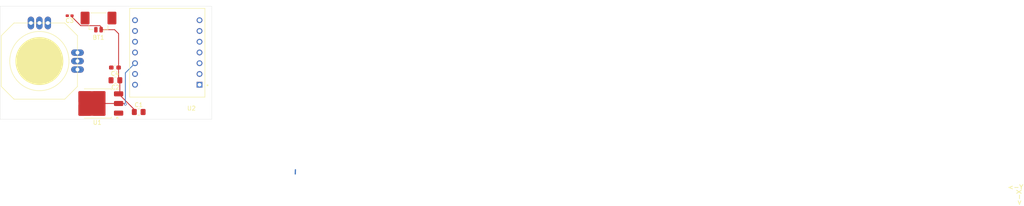
<source format=kicad_pcb>
(kicad_pcb (version 20240108) (generator "pcbnew") (generator_version "8.0")
  (layers (0 "F.Cu" signal) (31 "B.Cu" signal) (34 "B.Paste" user) (35 "F.Paste" user) (36 "B.SilkS" user "B.Silkscreen") (37 "F.SilkS" user "F.Silkscreen") (38 "B.Mask" user) (39 "F.Mask" user) (44 "Edge.Cuts" user))
  (net 0 "")
  (net 1 "/PWR")
  (net 2 "GND")
  (net 3 "/3.3V")
  (net 14 "/Y")
  (net 15 "/X")
  (footprint "Capacitor_SMD:C_0402_1005Metric_Pad0.74x0.62mm_HandSolder" (layer "F.Cu") (at 53.9325 53.25 180)
    (property "Reference" "C3" (at 0 -1.16 180) (layer "F.SilkS"))
    (property "Value" "1uF")
    (fp_line (start -0.115835 0.36) (end 0.115835 0.36) (stroke (width 0.12)) (layer "F.SilkS"))
    (fp_line (start -0.115835 -0.36) (end 0.115835 -0.36) (stroke (width 0.12)) (layer "F.SilkS"))
    (pad "1" smd roundrect (at -0.5675 0 180) (size 0.735 0.62) (layers "F.Cu" "F.Paste" "F.Mask") (net 1 "/PWR"))
    (pad "2" smd roundrect (at 0.5675 0 180) (size 0.735 0.62) (layers "F.Cu" "F.Paste" "F.Mask") (net 2 "GND"))
  )
  (footprint "Package_TO_SOT_SMD:TO-252-3_TabPin2" (layer "F.Cu") (at 60.46 73.9875 180)
    (property "Reference" "U1" (at 0 -4.5 180) (layer "F.SilkS"))
    (property "Value" "LM1117DT-3.3")
    (fp_line (start 3.11 3.45) (end -3.31 3.45) (stroke (width 0.12)) (layer "F.SilkS"))
    (fp_line (start 3.11 -3.45) (end -3.31 -3.45) (stroke (width 0.12)) (layer "F.SilkS"))
    (fp_line (start -3.31 3.45) (end -3.31 3.18) (stroke (width 0.12)) (layer "F.SilkS"))
    (fp_line (start -3.31 -3.45) (end -3.31 -3.18) (stroke (width 0.12)) (layer "F.SilkS"))
    (fp_poly (pts (xy -4.725 -3.16) (xy -4.965 -3.49) (xy -4.485 -3.49) (xy -4.725 -3.16)) (stroke (width 0.12)) (fill solid) (layer "F.SilkS"))
    (pad "1" smd roundrect (at -5.04 -2.28 180) (size 2.2 1.2) (layers "F.Cu" "F.Paste" "F.Mask") (roundrect_rratio 0.208333) (net 2 "GND"))
    (pad "2" smd roundrect (at -5.04 0 180) (size 2.2 1.2) (layers "F.Cu" "F.Paste" "F.Mask") (roundrect_rratio 0.208333) (net 3 "/3.3V"))
    (pad "2" smd roundrect (at -0.415 -1.525 180) (size 3.05 2.75) (layers "F.Cu" "F.Paste") (roundrect_rratio 0.090909) (net 3 "/3.3V"))
    (pad "2" smd roundrect (at -0.415 1.525 180) (size 3.05 2.75) (layers "F.Cu" "F.Paste") (roundrect_rratio 0.090909) (net 3 "/3.3V"))
    (pad "2" smd roundrect (at 1.26 0 180) (size 6.4 5.8) (layers "F.Cu" "F.Mask") (roundrect_rratio 0.043103) (net 3 "/3.3V"))
    (pad "2" smd roundrect (at 2.935 -1.525 180) (size 3.05 2.75) (layers "F.Cu" "F.Paste") (roundrect_rratio 0.090909) (net 3 "/3.3V"))
    (pad "2" smd roundrect (at 2.935 1.525 180) (size 3.05 2.75) (layers "F.Cu" "F.Paste") (roundrect_rratio 0.090909) (net 3 "/3.3V"))
    (pad "3" smd roundrect (at -5.04 2.28 180) (size 2.2 1.2) (layers "F.Cu" "F.Paste" "F.Mask") (roundrect_rratio 0.208333) (net 1 "/PWR"))
  )
  (footprint "Connector_Molex:Molex_PicoBlade_53398-0271_1x02-1MP_P1.25mm_Vertical" (layer "F.Cu") (at 60.75 55.3 180)
    (property "Reference" "BT1" (at 0 -3.1 180) (layer "F.SilkS"))
    (property "Value" "BATTERY")
    (fp_line (start 2.235 -0.26) (end 2.235 -1.21) (stroke (width 0.12)) (layer "F.SilkS"))
    (fp_line (start 2.235 -1.21) (end 1.285 -1.21) (stroke (width 0.12)) (layer "F.SilkS"))
    (fp_line (start -1.285 -1.21) (end -1.285 -1.9) (stroke (width 0.12)) (layer "F.SilkS"))
    (fp_line (start -1.865 2.71) (end 1.865 2.71) (stroke (width 0.12)) (layer "F.SilkS"))
    (fp_line (start -2.235 -0.26) (end -2.235 -1.21) (stroke (width 0.12)) (layer "F.SilkS"))
    (fp_line (start -2.235 -1.21) (end -1.285 -1.21) (stroke (width 0.12)) (layer "F.SilkS"))
    (pad "1" smd roundrect (at -0.625 -1.25 180) (size 0.8 1.3) (layers "F.Cu" "F.Paste" "F.Mask") (net 1 "/PWR"))
    (pad "2" smd roundrect (at 0.625 -1.25 180) (size 0.8 1.3) (layers "F.Cu" "F.Paste" "F.Mask") (net 2 "GND"))
    (pad "MP" smd roundrect (at -3.175 1.5 180) (size 2.1 3) (layers "F.Cu" "F.Paste" "F.Mask") (roundrect_rratio 0.119048))
    (pad "MP" smd roundrect (at 3.175 1.5 180) (size 2.1 3) (layers "F.Cu" "F.Paste" "F.Mask") (roundrect_rratio 0.119048))
  )
  (footprint "Capacitor_SMD:C_0805_2012Metric_Pad1.18x1.45mm_HandSolder" (layer "F.Cu") (at 70.25 76)
    (property "Reference" "C1" (at 0 -1.68 0) (layer "F.SilkS"))
    (property "Value" "10uF")
    (fp_line (start -0.261252 -0.735) (end 0.261252 -0.735) (stroke (width 0.12)) (layer "F.SilkS"))
    (fp_line (start -0.261252 0.735) (end 0.261252 0.735) (stroke (width 0.12)) (layer "F.SilkS"))
    (pad "1" smd roundrect (at -1.0375 0) (size 1.175 1.45) (layers "F.Cu" "F.Paste" "F.Mask") (roundrect_rratio 0.212766) (net 1 "/PWR"))
    (pad "2" smd roundrect (at 1.0375 0) (size 1.175 1.45) (layers "F.Cu" "F.Paste" "F.Mask") (roundrect_rratio 0.212766) (net 2 "GND"))
  )
  (footprint "Capacitor_SMD:C_0603_1608Metric_Pad1.08x0.95mm_HandSolder" (layer "F.Cu") (at 64.6375 65.5 180)
    (property "Reference" "C4" (at 0 -1.43 180) (layer "F.SilkS"))
    (property "Value" "0.1uF")
    (fp_line (start -0.146267 0.51) (end 0.146267 0.51) (stroke (width 0.12)) (layer "F.SilkS"))
    (fp_line (start -0.146267 -0.51) (end 0.146267 -0.51) (stroke (width 0.12)) (layer "F.SilkS"))
    (pad "1" smd roundrect (at -0.8625 0 180) (size 1.075 0.95) (layers "F.Cu" "F.Paste" "F.Mask") (net 1 "/PWR"))
    (pad "2" smd roundrect (at 0.8625 0 180) (size 1.075 0.95) (layers "F.Cu" "F.Paste" "F.Mask") (net 2 "GND"))
  )
  (footprint "JOYSTICK_ANALOG_MINITHM" (layer "F.Cu") (at 46.78175 63.96825)
    (property "Reference" "JOY1" (hide yes))
    (property "Value" "JOYSTICK_ANALOG_XY" (hide yes))
    (fp_line (start -9 -6) (end -6 -9) (stroke (width 0.127)) (layer "F.SilkS"))
    (fp_line (start -9 6) (end -9 -6) (stroke (width 0.127)) (layer "F.SilkS"))
    (fp_line (start -6 -9) (end 6 -9) (stroke (width 0.127)) (layer "F.SilkS"))
    (fp_line (start -6 9) (end -9 6) (stroke (width 0.127)) (layer "F.SilkS"))
    (fp_line (start 6 -9) (end 9 -6) (stroke (width 0.127)) (layer "F.SilkS"))
    (fp_line (start 6 9) (end -6 9) (stroke (width 0.127)) (layer "F.SilkS"))
    (fp_line (start 9 -6) (end 9 6) (stroke (width 0.127)) (layer "F.SilkS"))
    (fp_line (start 9 6) (end 6 9) (stroke (width 0.127)) (layer "F.SilkS"))
    (fp_circle (center 0 0) (end 7 0) (stroke (width 0.127)) (fill none) (layer "F.SilkS"))
    (fp_poly (pts (xy 0.467692 -5.64421) (xy 0.932191 -5.58631) (xy 1.390321 -5.490251) (xy 1.838953 -5.356688) (xy 2.275024 -5.186532) (xy 2.695554 -4.980947) (xy 3.097671 -4.741338) (xy 3.478627 -4.46934) (xy 3.835821 -4.166812) (xy 4.166812 -3.835821) (xy 4.46934 -3.478627) (xy 4.741338 -3.097671) (xy 4.980947 -2.695554) (xy 5.186532 -2.275024) (xy 5.356688 -1.838953) (xy 5.490251 -1.390321) (xy 5.586581 -0.930903) (xy 5.663609 -0.001315) (xy 5.64421 0.467692) (xy 5.58631 0.932191) (xy 5.490251 1.390321) (xy 5.356688 1.838953) (xy 5.186532 2.275024) (xy 4.980947 2.695554) (xy 4.741338 3.097671) (xy 4.46934 3.478627) (xy 4.166812 3.835821) (xy 3.835821 4.166812) (xy 3.478627 4.46934) (xy 3.097671 4.741338) (xy 2.695554 4.980947) (xy 2.275024 5.186532) (xy 1.838953 5.356688) (xy 1.390321 5.490251) (xy 0.932191 5.58631) (xy 0.467692 5.64421) (xy 0 5.663554) (xy -0.467692 5.64421) (xy -0.932191 5.58631) (xy -1.390321 5.490251) (xy -1.838953 5.356688) (xy -2.275024 5.186532) (xy -2.695554 4.980947) (xy -3.097671 4.741338) (xy -3.478627 4.46934) (xy -3.835821 4.166812) (xy -4.166812 3.835821) (xy -4.46934 3.478627) (xy -4.741338 3.097671) (xy -4.980947 2.695554) (xy -5.186532 2.275024) (xy -5.356688 1.838953) (xy -5.490251 1.390321) (xy -5.58631 0.932191) (xy -5.64421 0.467692) (xy -5.663554 0) (xy -5.64421 -0.467692) (xy -5.58631 -0.932191) (xy -5.490251 -1.390321) (xy -5.356688 -1.838953) (xy -5.186532 -2.275024) (xy -4.980947 -2.695554) (xy -4.741338 -3.097671) (xy -4.46934 -3.478627) (xy -4.166812 -3.835821) (xy -3.835821 -4.166812) (xy -3.478627 -4.46934) (xy -3.097671 -4.741338) (xy -2.695554 -4.980947) (xy -2.275024 -5.186532) (xy -1.838953 -5.356688) (xy -1.390321 -5.490251) (xy -0.932191 -5.58631) (xy -0.467692 -5.64421) (xy 0 -5.663554)) (fill solid) (layer "F.SilkS"))
    (pad "" np_thru_hole circle (at -6 -6) (size 1.6 1.6) (drill 1.6) (layers "F&B.Cu" "*.Mask"))
    (pad "" np_thru_hole circle (at 6 6) (size 1.6 1.6) (drill 1.6) (layers "F&B.Cu" "*.Mask"))
    (pad "X" thru_hole oval (at 0 -9 90) (size 3 1.5) (drill 0.9) (layers "*.Cu" "*.Mask"))
    (pad "X+" thru_hole oval (at 2 -9 90) (size 3 1.5) (drill 0.9) (layers "*.Cu" "*.Mask"))
    (pad "X-" thru_hole oval (at -2 -9 90) (size 3 1.5) (drill 0.9) (layers "*.Cu" "*.Mask") (net 2 "GND"))
    (pad "Y" thru_hole oval (at 9 0) (size 3 1.5) (drill 0.9) (layers "*.Cu" "*.Mask"))
    (pad "Y+" thru_hole oval (at 9 -2) (size 3 1.5) (drill 0.9) (layers "*.Cu" "*.Mask"))
    (pad "Y-" thru_hole oval (at 9 2) (size 3 1.5) (drill 0.9) (layers "*.Cu" "*.Mask") (net 2 "GND"))
  )
  (footprint "113991054:MODULE_113991054" (layer "F.Cu") (at 77 62 180)
    (property "Reference" "U2" (at -5.715 -13.135 180) (layer "F.SilkS"))
    (property "Value" "113991054")
    (fp_line (start 8.89 10.4775) (end -8.89 10.4775) (stroke (width 0.127)) (layer "F.SilkS"))
    (fp_line (start 8.89 -10.4775) (end 8.89 10.4775) (stroke (width 0.127)) (layer "F.SilkS"))
    (fp_line (start -8.89 10.4775) (end -8.89 -10.4775) (stroke (width 0.127)) (layer "F.SilkS"))
    (fp_line (start -8.89 -10.4775) (end 8.89 -10.4775) (stroke (width 0.127)) (layer "F.SilkS"))
    (fp_circle (center -9.5 -7.6835) (end -9.4 -7.6835) (stroke (width 0.2)) (fill none) (layer "F.SilkS"))
    (pad "1" thru_hole rect (at -7.62 -7.5565 180) (size 1.358 1.358) (drill 0.85) (layers "*.Cu" "*.Mask") (net 15 "/X"))
    (pad "2" thru_hole circle (at -7.62 -5.0165 180) (size 1.358 1.358) (drill 0.85) (layers "*.Cu" "*.Mask") (net 14 "/Y"))
    (pad "3" thru_hole circle (at -7.62 -2.4765 180) (size 1.358 1.358) (drill 0.85) (layers "*.Cu" "*.Mask"))
    (pad "4" thru_hole circle (at -7.62 0.0635 180) (size 1.358 1.358) (drill 0.85) (layers "*.Cu" "*.Mask"))
    (pad "5" thru_hole circle (at -7.62 2.6035 180) (size 1.358 1.358) (drill 0.85) (layers "*.Cu" "*.Mask"))
    (pad "6" thru_hole circle (at -7.62 5.1435 180) (size 1.358 1.358) (drill 0.85) (layers "*.Cu" "*.Mask"))
    (pad "7" thru_hole circle (at -7.62 7.6835 180) (size 1.358 1.358) (drill 0.85) (layers "*.Cu" "*.Mask"))
    (pad "8" thru_hole circle (at 7.62 7.6835 180) (size 1.358 1.358) (drill 0.85) (layers "*.Cu" "*.Mask"))
    (pad "9" thru_hole circle (at 7.62 5.1435 180) (size 1.358 1.358) (drill 0.85) (layers "*.Cu" "*.Mask"))
    (pad "10" thru_hole circle (at 7.62 2.6035 180) (size 1.358 1.358) (drill 0.85) (layers "*.Cu" "*.Mask"))
    (pad "11" thru_hole circle (at 7.62 0.0635 180) (size 1.358 1.358) (drill 0.85) (layers "*.Cu" "*.Mask"))
    (pad "12" thru_hole circle (at 7.62 -2.4765 180) (size 1.358 1.358) (drill 0.85) (layers "*.Cu" "*.Mask") (net 3 "/3.3V"))
    (pad "13" thru_hole circle (at 7.62 -5.0165 180) (size 1.358 1.358) (drill 0.85) (layers "*.Cu" "*.Mask") (net 2 "GND"))
    (pad "14" thru_hole circle (at 7.62 -7.5565 180) (size 1.358 1.358) (drill 0.85) (layers "*.Cu" "*.Mask"))
  )
  (footprint "Capacitor_SMD:C_0805_2012Metric_Pad1.18x1.45mm_HandSolder" (layer "F.Cu") (at 64.75 68.5 180)
    (property "Reference" "C2" (at 0 -1.68 180) (layer "F.SilkS"))
    (property "Value" "10uF")
    (fp_line (start -0.261252 0.735) (end 0.261252 0.735) (stroke (width 0.12)) (layer "F.SilkS"))
    (fp_line (start -0.261252 -0.735) (end 0.261252 -0.735) (stroke (width 0.12)) (layer "F.SilkS"))
    (pad "1" smd roundrect (at -1.0375 0 180) (size 1.175 1.45) (layers "F.Cu" "F.Paste" "F.Mask") (roundrect_rratio 0.212766) (net 1 "/PWR"))
    (pad "2" smd roundrect (at 1.0375 0 180) (size 1.175 1.45) (layers "F.Cu" "F.Paste" "F.Mask") (roundrect_rratio 0.212766) (net 2 "GND"))
  )
  (gr_rect (start 37.5 51) (end 87.5 77.75) (stroke (width 0.05)) (fill none) (layer "Edge.Cuts"))
  (gr_text "<-X" (at 278.928 98.2016 90) (layer "F.SilkS") (effects (font (size 1.0922 1.0922) (thickness 0.1778)) (justify left bottom)))
  (gr_text "<-Y" (at 275.499 94.3916 0) (layer "F.SilkS") (effects (font (size 1.0922 1.0922) (thickness 0.1778)) (justify left bottom)))
  (segment (start 107.28 89.6506) (end 107.248 90.6346) (width 0.3048) (layer "B.Cu") (net 0))
  (segment (start 65.5 68.2125) (end 65.7875 68.5) (width 0.2) (layer "F.Cu") (net 1))
  (segment (start 54.5 53.559744) (end 56.540256 55.6) (width 0.2) (layer "F.Cu") (net 1))
  (segment (start 54.5 53.25) (end 54.5 53.559744) (width 0.2) (layer "F.Cu") (net 1))
  (segment (start 61.375 56.55) (end 64.55 56.55) (width 0.2) (layer "F.Cu") (net 1))
  (segment (start 64.55 56.55) (end 65.5 57.5) (width 0.2) (layer "F.Cu") (net 1))
  (segment (start 69.2125 75.42) (end 69.2125 76) (width 0.2) (layer "F.Cu") (net 1))
  (segment (start 65.7875 68.5) (end 65.7875 71.42) (width 0.2) (layer "F.Cu") (net 1))
  (segment (start 65.5 71.7075) (end 69.2125 75.42) (width 0.2) (layer "F.Cu") (net 1))
  (segment (start 56.540256 55.6) (end 61.075 55.6) (width 0.2) (layer "F.Cu") (net 1))
  (segment (start 65.5 57.5) (end 65.5 65.5) (width 0.2) (layer "F.Cu") (net 1))
  (segment (start 65.5 65.5) (end 65.5 68.2125) (width 0.2) (layer "F.Cu") (net 1))
  (segment (start 61.375 55.9) (end 61.375 56.55) (width 0.2) (layer "F.Cu") (net 1))
  (segment (start 61.075 55.6) (end 61.375 55.9) (width 0.2) (layer "F.Cu") (net 1))
  (segment (start 65.7875 71.42) (end 65.5 71.7075) (width 0.2) (layer "F.Cu") (net 1))
  (segment (start 62.4 73.9875) (end 60.875 72.4625) (width 0.2) (layer "F.Cu") (net 3))
  (segment (start 66.93147 73.9875) (end 67.096985 74.153015) (width 0.2) (layer "F.Cu") (net 3))
  (segment (start 65.5 73.9875) (end 66.93147 73.9875) (width 0.2) (layer "F.Cu") (net 3))
  (segment (start 65.5 73.9875) (end 62.4 73.9875) (width 0.2) (layer "F.Cu") (net 3))
  (via (at 67.096985 74.153015) (size 0.6) (drill 0.3) (layers "F.Cu" "B.Cu") (net 3))
  (segment (start 67.096985 66.759515) (end 69.38 64.4765) (width 0.2) (layer "B.Cu") (net 3))
  (segment (start 67.096985 74.153015) (end 67.096985 66.759515) (width 0.2) (layer "B.Cu") (net 3))
)
</source>
